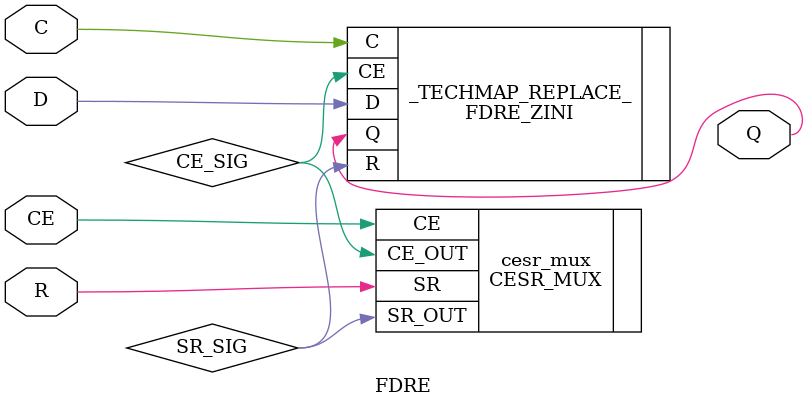
<source format=v>

module RAMB18E1 (
    input CLKARDCLK,
    input CLKBWRCLK,
    input ENARDEN,
    input ENBWREN,
    input REGCEAREGCE,
    input REGCEB,
    input RSTRAMARSTRAM,
    input RSTRAMB,
    input RSTREGARSTREG,
    input RSTREGB,

    input [13:0] ADDRARDADDR,
    input [13:0] ADDRBWRADDR,
    input [15:0] DIADI,
    input [15:0] DIBDI,
    input [1:0] DIPADIP,
    input [1:0] DIPBDIP,
    input [1:0] WEA,
    input [3:0] WEBWE,

    output [15:0] DOADO,
    output [15:0] DOBDO,
    output [1:0] DOPADOP,
    output [1:0] DOPBDOP
);
    parameter INIT_A = 18'h0;
    parameter INIT_B = 18'h0;

    parameter SRVAL_A = 18'h0;
    parameter SRVAL_B = 18'h0;

    parameter INITP_00 = 256'h0000000000000000000000000000000000000000000000000000000000000000;
    parameter INITP_01 = 256'h0000000000000000000000000000000000000000000000000000000000000000;
    parameter INITP_02 = 256'h0000000000000000000000000000000000000000000000000000000000000000;
    parameter INITP_03 = 256'h0000000000000000000000000000000000000000000000000000000000000000;
    parameter INITP_04 = 256'h0000000000000000000000000000000000000000000000000000000000000000;
    parameter INITP_05 = 256'h0000000000000000000000000000000000000000000000000000000000000000;
    parameter INITP_06 = 256'h0000000000000000000000000000000000000000000000000000000000000000;
    parameter INITP_07 = 256'h0000000000000000000000000000000000000000000000000000000000000000;

    parameter INIT_00 = 256'h0000000000000000000000000000000000000000000000000000000000000000;
    parameter INIT_01 = 256'h0000000000000000000000000000000000000000000000000000000000000000;
    parameter INIT_02 = 256'h0000000000000000000000000000000000000000000000000000000000000000;
    parameter INIT_03 = 256'h0000000000000000000000000000000000000000000000000000000000000000;
    parameter INIT_04 = 256'h0000000000000000000000000000000000000000000000000000000000000000;
    parameter INIT_05 = 256'h0000000000000000000000000000000000000000000000000000000000000000;
    parameter INIT_06 = 256'h0000000000000000000000000000000000000000000000000000000000000000;
    parameter INIT_07 = 256'h0000000000000000000000000000000000000000000000000000000000000000;
    parameter INIT_08 = 256'h0000000000000000000000000000000000000000000000000000000000000000;
    parameter INIT_09 = 256'h0000000000000000000000000000000000000000000000000000000000000000;
    parameter INIT_0A = 256'h0000000000000000000000000000000000000000000000000000000000000000;
    parameter INIT_0B = 256'h0000000000000000000000000000000000000000000000000000000000000000;
    parameter INIT_0C = 256'h0000000000000000000000000000000000000000000000000000000000000000;
    parameter INIT_0D = 256'h0000000000000000000000000000000000000000000000000000000000000000;
    parameter INIT_0E = 256'h0000000000000000000000000000000000000000000000000000000000000000;
    parameter INIT_0F = 256'h0000000000000000000000000000000000000000000000000000000000000000;
    parameter INIT_10 = 256'h0000000000000000000000000000000000000000000000000000000000000000;
    parameter INIT_11 = 256'h0000000000000000000000000000000000000000000000000000000000000000;
    parameter INIT_12 = 256'h0000000000000000000000000000000000000000000000000000000000000000;
    parameter INIT_13 = 256'h0000000000000000000000000000000000000000000000000000000000000000;
    parameter INIT_14 = 256'h0000000000000000000000000000000000000000000000000000000000000000;
    parameter INIT_15 = 256'h0000000000000000000000000000000000000000000000000000000000000000;
    parameter INIT_16 = 256'h0000000000000000000000000000000000000000000000000000000000000000;
    parameter INIT_17 = 256'h0000000000000000000000000000000000000000000000000000000000000000;
    parameter INIT_18 = 256'h0000000000000000000000000000000000000000000000000000000000000000;
    parameter INIT_19 = 256'h0000000000000000000000000000000000000000000000000000000000000000;
    parameter INIT_1A = 256'h0000000000000000000000000000000000000000000000000000000000000000;
    parameter INIT_1B = 256'h0000000000000000000000000000000000000000000000000000000000000000;
    parameter INIT_1C = 256'h0000000000000000000000000000000000000000000000000000000000000000;
    parameter INIT_1D = 256'h0000000000000000000000000000000000000000000000000000000000000000;
    parameter INIT_1E = 256'h0000000000000000000000000000000000000000000000000000000000000000;
    parameter INIT_1F = 256'h0000000000000000000000000000000000000000000000000000000000000000;
    parameter INIT_20 = 256'h0000000000000000000000000000000000000000000000000000000000000000;
    parameter INIT_21 = 256'h0000000000000000000000000000000000000000000000000000000000000000;
    parameter INIT_22 = 256'h0000000000000000000000000000000000000000000000000000000000000000;
    parameter INIT_23 = 256'h0000000000000000000000000000000000000000000000000000000000000000;
    parameter INIT_24 = 256'h0000000000000000000000000000000000000000000000000000000000000000;
    parameter INIT_25 = 256'h0000000000000000000000000000000000000000000000000000000000000000;
    parameter INIT_26 = 256'h0000000000000000000000000000000000000000000000000000000000000000;
    parameter INIT_27 = 256'h0000000000000000000000000000000000000000000000000000000000000000;
    parameter INIT_28 = 256'h0000000000000000000000000000000000000000000000000000000000000000;
    parameter INIT_29 = 256'h0000000000000000000000000000000000000000000000000000000000000000;
    parameter INIT_2A = 256'h0000000000000000000000000000000000000000000000000000000000000000;
    parameter INIT_2B = 256'h0000000000000000000000000000000000000000000000000000000000000000;
    parameter INIT_2C = 256'h0000000000000000000000000000000000000000000000000000000000000000;
    parameter INIT_2D = 256'h0000000000000000000000000000000000000000000000000000000000000000;
    parameter INIT_2E = 256'h0000000000000000000000000000000000000000000000000000000000000000;
    parameter INIT_2F = 256'h0000000000000000000000000000000000000000000000000000000000000000;
    parameter INIT_30 = 256'h0000000000000000000000000000000000000000000000000000000000000000;
    parameter INIT_31 = 256'h0000000000000000000000000000000000000000000000000000000000000000;
    parameter INIT_32 = 256'h0000000000000000000000000000000000000000000000000000000000000000;
    parameter INIT_33 = 256'h0000000000000000000000000000000000000000000000000000000000000000;
    parameter INIT_34 = 256'h0000000000000000000000000000000000000000000000000000000000000000;
    parameter INIT_35 = 256'h0000000000000000000000000000000000000000000000000000000000000000;
    parameter INIT_36 = 256'h0000000000000000000000000000000000000000000000000000000000000000;
    parameter INIT_37 = 256'h0000000000000000000000000000000000000000000000000000000000000000;
    parameter INIT_38 = 256'h0000000000000000000000000000000000000000000000000000000000000000;
    parameter INIT_39 = 256'h0000000000000000000000000000000000000000000000000000000000000000;
    parameter INIT_3A = 256'h0000000000000000000000000000000000000000000000000000000000000000;
    parameter INIT_3B = 256'h0000000000000000000000000000000000000000000000000000000000000000;
    parameter INIT_3C = 256'h0000000000000000000000000000000000000000000000000000000000000000;
    parameter INIT_3D = 256'h0000000000000000000000000000000000000000000000000000000000000000;
    parameter INIT_3E = 256'h0000000000000000000000000000000000000000000000000000000000000000;
    parameter INIT_3F = 256'h0000000000000000000000000000000000000000000000000000000000000000;

    parameter IS_CLKARDCLK_INVERTED = 1'b0;
    parameter IS_CLKBWRCLK_INVERTED = 1'b0;
    parameter IS_ENARDEN_INVERTED = 1'b0;
    parameter IS_ENBWREN_INVERTED = 1'b0;
    parameter IS_RSTRAMARSTRAM_INVERTED = 1'b0;
    parameter IS_RSTRAMB_INVERTED = 1'b0;
    parameter IS_RSTREGARSTREG_INVERTED = 1'b0;
    parameter IS_RSTREGB_INVERTED = 1'b0;

    parameter _TECHMAP_CONSTMSK_CLKARDCLK_ = 0;
    parameter _TECHMAP_CONSTVAL_CLKARDCLK_ = 0;
    parameter _TECHMAP_CONSTMSK_CLKBWRCLK_ = 0;
    parameter _TECHMAP_CONSTVAL_CLKBWRCLK_ = 0;
    parameter _TECHMAP_CONSTMSK_REGCLKARDRCLK_ = 0;
    parameter _TECHMAP_CONSTVAL_REGCLKARDRCLK_ = 0;
    parameter _TECHMAP_CONSTMSK_RSTRAMARSTRAM_ = 0;
    parameter _TECHMAP_CONSTVAL_RSTRAMARSTRAM_ = 0;
    parameter _TECHMAP_CONSTMSK_RSTRAMB_ = 0;
    parameter _TECHMAP_CONSTVAL_RSTRAMB_ = 0;
    parameter _TECHMAP_CONSTMSK_RSTREGARSTREG_ = 0;
    parameter _TECHMAP_CONSTVAL_RSTREGARSTREG_ = 0;
    parameter _TECHMAP_CONSTMSK_RSTREGB_ = 0;
    parameter _TECHMAP_CONSTVAL_RSTREGB_ = 0;

    parameter RAM_MODE = "TDP";
    parameter SIM_DEVICE = "7SERIES";
    parameter DOA_REG = 1'b0;
    parameter DOB_REG = 1'b0;

    parameter integer READ_WIDTH_A = 0;
    parameter integer READ_WIDTH_B = 0;
    parameter integer WRITE_WIDTH_A = 0;
    parameter integer WRITE_WIDTH_B = 0;

    parameter WRITE_MODE_A = "WRITE_FIRST";
    parameter WRITE_MODE_B = "WRITE_FIRST";

  reg _TECHMAP_FAIL_;
  reg GENERATE_ERROR;
  wire [1023:0] _TECHMAP_DO_ = "proc; clean";

  localparam INV_CLKARDCLK = (
      _TECHMAP_CONSTMSK_CLKARDCLK_ == 1 &&
      _TECHMAP_CONSTVAL_CLKARDCLK_ == 0 &&
      IS_CLKARDCLK_INVERTED == 0);
  localparam INV_CLKBWRCLK = (
      _TECHMAP_CONSTMSK_CLKBWRCLK_ == 1 &&
      _TECHMAP_CONSTVAL_CLKBWRCLK_ == 0 &&
      IS_CLKBWRCLK_INVERTED == 0);
  localparam INV_RSTRAMARSTRAM = (
      _TECHMAP_CONSTMSK_RSTRAMARSTRAM_ == 1 &&
      _TECHMAP_CONSTVAL_RSTRAMARSTRAM_ == 0 &&
      IS_RSTRAMARSTRAM_INVERTED == 0);
  localparam INV_RSTRAMB = (
      _TECHMAP_CONSTMSK_RSTRAMB_ == 1 &&
      _TECHMAP_CONSTVAL_RSTRAMB_ == 0 &&
      IS_RSTRAMB_INVERTED == 0);
  localparam INV_RSTREGARSTREG = (
      _TECHMAP_CONSTMSK_RSTREGARSTREG_ == 1 &&
      _TECHMAP_CONSTVAL_RSTREGARSTREG_ == 0 &&
      IS_RSTREGARSTREG_INVERTED == 0);
  localparam INV_RSTREGB = (
      _TECHMAP_CONSTMSK_RSTREGB_ == 1 &&
      _TECHMAP_CONSTVAL_RSTREGB_ == 0 &&
      IS_RSTREGB_INVERTED == 0);

  initial begin
    _TECHMAP_FAIL_ <= 0;
    if(READ_WIDTH_A != 0
        && READ_WIDTH_A != 1
        && READ_WIDTH_A != 2
        && READ_WIDTH_A != 4
        && READ_WIDTH_A != 9
        && READ_WIDTH_A != 18
        && READ_WIDTH_A != 36)
        _TECHMAP_FAIL_ <= GENERATE_ERROR;
    if(READ_WIDTH_B != 0
        && READ_WIDTH_B != 1
        && READ_WIDTH_B != 2
        && READ_WIDTH_B != 4
        && READ_WIDTH_B != 9
        && READ_WIDTH_B != 18)
         _TECHMAP_FAIL_ <= GENERATE_ERROR;
    if(WRITE_WIDTH_A != 0
        && WRITE_WIDTH_A != 1
        && WRITE_WIDTH_A != 2
        && WRITE_WIDTH_A != 4
        && WRITE_WIDTH_A != 9
        && WRITE_WIDTH_A != 18)
        _TECHMAP_FAIL_ <= GENERATE_ERROR;
    if(WRITE_WIDTH_B != 0
        && WRITE_WIDTH_B != 1
        && WRITE_WIDTH_B != 2
        && WRITE_WIDTH_B != 4
        && WRITE_WIDTH_B != 9
        && WRITE_WIDTH_B != 18
        && WRITE_WIDTH_B != 36)
        _TECHMAP_FAIL_ <= GENERATE_ERROR;

    if(READ_WIDTH_A > 18 && RAM_MODE != "SDP") begin
        _TECHMAP_FAIL_ <= GENERATE_ERROR;
    end

    if(WRITE_WIDTH_B > 18 && RAM_MODE != "SDP") begin
        _TECHMAP_FAIL_ <= GENERATE_ERROR;
    end

    if(WRITE_MODE_A != "WRITE_FIRST" && WRITE_MODE_A != "NO_CHANGE" && WRITE_MODE_A != "READ_FIRST")
        _TECHMAP_FAIL_ <= GENERATE_ERROR;
    if(WRITE_MODE_B != "WRITE_FIRST" && WRITE_MODE_B != "NO_CHANGE" && WRITE_MODE_B != "READ_FIRST")
        _TECHMAP_FAIL_ <= GENERATE_ERROR;

  end

if(RAM_MODE == "SDP" && READ_WIDTH_A == 36) begin
    localparam EFF_READ_WIDTH_A = 18;
    localparam EFF_READ_WIDTH_B = 18;
end else begin
    localparam EFF_READ_WIDTH_A = READ_WIDTH_A;
    localparam EFF_READ_WIDTH_B = READ_WIDTH_B;
end

if(RAM_MODE == "SDP" && WRITE_WIDTH_B == 36) begin
    localparam EFF_WRITE_WIDTH_A = 18;
    localparam EFF_WRITE_WIDTH_B = 18;
end else begin
    localparam EFF_WRITE_WIDTH_A = WRITE_WIDTH_A;
    localparam EFF_WRITE_WIDTH_B = WRITE_WIDTH_B;
end

  wire REGCLKA;
  wire REGCLKB;

  wire [7:0] WEBWE_WIDE;
  wire [3:0] WEA_WIDE;

  if(WRITE_WIDTH_A < 18) begin
      assign WEA_WIDE[3] = WEA[0];
      assign WEA_WIDE[2] = WEA[0];
      assign WEA_WIDE[1] = WEA[0];
      assign WEA_WIDE[0] = WEA[0];
  end else if(WRITE_WIDTH_A == 18) begin
      assign WEA_WIDE[3] = WEA[1];
      assign WEA_WIDE[2] = WEA[1];
      assign WEA_WIDE[1] = WEA[0];
      assign WEA_WIDE[0] = WEA[0];
  end

  if(WRITE_WIDTH_B < 18) begin
      assign WEBWE_WIDE[7:4] = 4'b0;
      assign WEBWE_WIDE[3] = WEBWE[0];
      assign WEBWE_WIDE[2] = WEBWE[0];
      assign WEBWE_WIDE[1] = WEBWE[0];
      assign WEBWE_WIDE[0] = WEBWE[0];
  end else if(WRITE_WIDTH_B == 18) begin
      assign WEBWE_WIDE[7:4] = 4'b0;
      assign WEBWE_WIDE[3] = WEBWE[1];
      assign WEBWE_WIDE[2] = WEBWE[1];
      assign WEBWE_WIDE[1] = WEBWE[0];
      assign WEBWE_WIDE[0] = WEBWE[0];
  end else begin
      assign WEA_WIDE[3:0] = 4'b0;
      assign WEBWE_WIDE[7] = WEBWE[3];
      assign WEBWE_WIDE[6] = WEBWE[3];
      assign WEBWE_WIDE[5] = WEBWE[2];
      assign WEBWE_WIDE[4] = WEBWE[2];
      assign WEBWE_WIDE[3] = WEBWE[1];
      assign WEBWE_WIDE[2] = WEBWE[1];
      assign WEBWE_WIDE[1] = WEBWE[0];
      assign WEBWE_WIDE[0] = WEBWE[0];
  end

  if (DOA_REG) begin
      assign REGCLKA = CLKARDCLK;
      localparam ZINV_REGCLKARDRCLK = !IS_CLKARDCLK_INVERTED;
  end else begin
      assign REGCLKA = 1'b1;
      localparam ZINV_REGCLKARDRCLK = 1'b0;
  end

  if (DOB_REG) begin
      assign REGCLKB = CLKBWRCLK;
      localparam ZINV_REGCLKB = !IS_CLKBWRCLK_INVERTED;
  end else begin
      assign REGCLKB = 1'b1;
      localparam ZINV_REGCLKB = 1'b0;
  end

  RAMB18E1_VPR #(
      .IN_USE(READ_WIDTH_A != 0 || READ_WIDTH_B != 0 || WRITE_WIDTH_A != 0 || WRITE_WIDTH_B != 0),

      .ZINIT_A(INIT_A ^ {18{1'b1}}),
      .ZINIT_B(INIT_B ^ {18{1'b1}}),

      .ZSRVAL_A(SRVAL_A ^ {18{1'b1}}),
      .ZSRVAL_B(SRVAL_B ^ {18{1'b1}}),

      .INITP_00(INITP_00),
      .INITP_01(INITP_01),
      .INITP_02(INITP_02),
      .INITP_03(INITP_03),
      .INITP_04(INITP_04),
      .INITP_05(INITP_05),
      .INITP_06(INITP_06),
      .INITP_07(INITP_07),

      .INIT_00(INIT_00),
      .INIT_01(INIT_01),
      .INIT_02(INIT_02),
      .INIT_03(INIT_03),
      .INIT_04(INIT_04),
      .INIT_05(INIT_05),
      .INIT_06(INIT_06),
      .INIT_07(INIT_07),
      .INIT_08(INIT_08),
      .INIT_09(INIT_09),
      .INIT_0A(INIT_0A),
      .INIT_0B(INIT_0B),
      .INIT_0C(INIT_0C),
      .INIT_0D(INIT_0D),
      .INIT_0E(INIT_0E),
      .INIT_0F(INIT_0F),
      .INIT_10(INIT_10),
      .INIT_11(INIT_11),
      .INIT_12(INIT_12),
      .INIT_13(INIT_13),
      .INIT_14(INIT_14),
      .INIT_15(INIT_15),
      .INIT_16(INIT_16),
      .INIT_17(INIT_17),
      .INIT_18(INIT_18),
      .INIT_19(INIT_19),
      .INIT_1A(INIT_1A),
      .INIT_1B(INIT_1B),
      .INIT_1C(INIT_1C),
      .INIT_1D(INIT_1D),
      .INIT_1E(INIT_1E),
      .INIT_1F(INIT_1F),
      .INIT_20(INIT_20),
      .INIT_21(INIT_21),
      .INIT_22(INIT_22),
      .INIT_23(INIT_23),
      .INIT_24(INIT_24),
      .INIT_25(INIT_25),
      .INIT_26(INIT_26),
      .INIT_27(INIT_27),
      .INIT_28(INIT_28),
      .INIT_29(INIT_29),
      .INIT_2A(INIT_2A),
      .INIT_2B(INIT_2B),
      .INIT_2C(INIT_2C),
      .INIT_2D(INIT_2D),
      .INIT_2E(INIT_2E),
      .INIT_2F(INIT_2F),
      .INIT_30(INIT_30),
      .INIT_31(INIT_31),
      .INIT_32(INIT_32),
      .INIT_33(INIT_33),
      .INIT_34(INIT_34),
      .INIT_35(INIT_35),
      .INIT_36(INIT_36),
      .INIT_37(INIT_37),
      .INIT_38(INIT_38),
      .INIT_39(INIT_39),
      .INIT_3A(INIT_3A),
      .INIT_3B(INIT_3B),
      .INIT_3C(INIT_3C),
      .INIT_3D(INIT_3D),
      .INIT_3E(INIT_3E),
      .INIT_3F(INIT_3F),

      .ZINV_CLKARDCLK(!IS_CLKARDCLK_INVERTED ^ INV_CLKARDCLK),
      .ZINV_CLKBWRCLK(!IS_CLKBWRCLK_INVERTED ^ INV_CLKBWRCLK),
      .ZINV_ENARDEN(!IS_ENARDEN_INVERTED),
      .ZINV_ENBWREN(!IS_ENBWREN_INVERTED),
      .ZINV_RSTRAMARSTRAM(!IS_RSTRAMARSTRAM_INVERTED ^ INV_RSTRAMARSTRAM),
      .ZINV_RSTRAMB(!IS_RSTRAMB_INVERTED ^ INV_RSTRAMB),
      .ZINV_RSTREGARSTREG(!IS_RSTREGARSTREG_INVERTED ^ INV_RSTREGARSTREG),
      .ZINV_RSTREGB(!IS_RSTREGB_INVERTED ^ INV_RSTREGB),
      .ZINV_REGCLKARDRCLK(ZINV_REGCLKARDRCLK),
      .ZINV_REGCLKB(ZINV_REGCLKB),

      .DOA_REG(DOA_REG),
      .DOB_REG(DOB_REG),

      // Assign special parameters relative to the RAMB site location.
      // These is needed after the findings gathered with https://github.com/SymbiFlow/prjxray/pull/1263
      // The rules to assign the correct READ_WIDTH_A parameter are the following:
      //   - Y0 RAMB18 and SDP mode: READ_WIDTH_A must be 1
      //   - Y1 RAMB18 and SDP mode: READ_WIDTH_A must be 18
      //   - No SDP: READ_WIDTH_A assumes the right value based on EFF_READ_WIDTH_A
      .Y0_READ_WIDTH_A_1(READ_WIDTH_A == 36 || EFF_READ_WIDTH_A == 1 || EFF_READ_WIDTH_A == 0),
      .Y1_READ_WIDTH_A_1(READ_WIDTH_A != 36 && (EFF_READ_WIDTH_A == 1 || EFF_READ_WIDTH_A == 0)),
      .Y0_READ_WIDTH_A_18(READ_WIDTH_A != 36 && EFF_READ_WIDTH_A == 18),
      .Y1_READ_WIDTH_A_18(READ_WIDTH_A == 36 || EFF_READ_WIDTH_A == 18),

      .READ_WIDTH_A_1(EFF_READ_WIDTH_A == 1 || EFF_READ_WIDTH_A == 0),
      .READ_WIDTH_A_2(EFF_READ_WIDTH_A == 2),
      .READ_WIDTH_A_4(EFF_READ_WIDTH_A == 4),
      .READ_WIDTH_A_9(EFF_READ_WIDTH_A == 9),
      .READ_WIDTH_A_18(EFF_READ_WIDTH_A == 18),
      .SDP_READ_WIDTH_36(READ_WIDTH_A == 36),
      .READ_WIDTH_B_1(EFF_READ_WIDTH_B == 1 || EFF_READ_WIDTH_B == 0),
      .READ_WIDTH_B_2(EFF_READ_WIDTH_B == 2),
      .READ_WIDTH_B_4(EFF_READ_WIDTH_B == 4),
      .READ_WIDTH_B_9(EFF_READ_WIDTH_B == 9),
      .READ_WIDTH_B_18(EFF_READ_WIDTH_B == 18),
      .WRITE_WIDTH_A_1(EFF_WRITE_WIDTH_A == 1 || EFF_WRITE_WIDTH_A == 0),
      .WRITE_WIDTH_A_2(EFF_WRITE_WIDTH_A == 2),
      .WRITE_WIDTH_A_4(EFF_WRITE_WIDTH_A == 4),
      .WRITE_WIDTH_A_9(EFF_WRITE_WIDTH_A == 9),
      .WRITE_WIDTH_A_18(EFF_WRITE_WIDTH_A == 18),
      .WRITE_WIDTH_B_1(EFF_WRITE_WIDTH_B == 1 || EFF_WRITE_WIDTH_B == 0),
      .WRITE_WIDTH_B_2(EFF_WRITE_WIDTH_B == 2),
      .WRITE_WIDTH_B_4(EFF_WRITE_WIDTH_B == 4),
      .WRITE_WIDTH_B_9(EFF_WRITE_WIDTH_B == 9),
      .WRITE_WIDTH_B_18(EFF_WRITE_WIDTH_B == 18 || EFF_WRITE_WIDTH_B == 36),
      .SDP_WRITE_WIDTH_36(WRITE_WIDTH_B == 36),
      .WRITE_MODE_A_NO_CHANGE(WRITE_MODE_A == "NO_CHANGE" || (WRITE_MODE_A == "WRITE_FIRST" && RAM_MODE == "SDP")),
      .WRITE_MODE_A_READ_FIRST(WRITE_MODE_A == "READ_FIRST"),
      .WRITE_MODE_B_NO_CHANGE(WRITE_MODE_B == "NO_CHANGE" || (WRITE_MODE_B == "WRITE_FIRST" && RAM_MODE == "SDP")),
      .WRITE_MODE_B_READ_FIRST(WRITE_MODE_B == "READ_FIRST")
  ) _TECHMAP_REPLACE_ (
    .CLKARDCLK(CLKARDCLK ^ INV_CLKARDCLK),
    .REGCLKARDRCLK(REGCLKA),
    .CLKBWRCLK(CLKBWRCLK ^ INV_CLKBWRCLK),
    .REGCLKB(REGCLKB),
    .ENARDEN(ENARDEN),
    .ENBWREN(ENBWREN),
    .REGCEAREGCE(REGCEAREGCE),
    .REGCEB(REGCEB),
    .RSTRAMARSTRAM(RSTRAMARSTRAM ^ INV_RSTRAMARSTRAM),
    .RSTRAMB(RSTRAMB ^ INV_RSTRAMB),
    .RSTREGARSTREG(RSTREGARSTREG ^ INV_RSTREGARSTREG),
    .RSTREGB(RSTREGB ^ INV_RSTREGB),

    .ADDRATIEHIGH(2'b11),
    .ADDRARDADDR(ADDRARDADDR),
    .ADDRBTIEHIGH(2'b11),
    .ADDRBWRADDR(ADDRBWRADDR),
    .DIADI(DIADI),
    .DIBDI(DIBDI),
    .DIPADIP(DIPADIP),
    .DIPBDIP(DIPBDIP),
    .WEA(WEA_WIDE),
    .WEBWE(WEBWE_WIDE),

    .DOADO(DOADO),
    .DOBDO(DOBDO),
    .DOPADOP(DOPADOP),
    .DOPBDOP(DOPBDOP)
  );
endmodule

module FDRE (output reg Q, input C, CE, D, R);

parameter [0:0] INIT = 1'b0;
parameter [0:0] IS_C_INVERTED = 1'b0;

wire CE_SIG;
wire SR_SIG;

CESR_MUX cesr_mux(
    .CE(CE),
    .SR(R),
    .CE_OUT(CE_SIG),
    .SR_OUT(SR_SIG)
);

FDRE_ZINI #(.ZINI(!|INIT), .IS_C_INVERTED(|IS_C_INVERTED))
  _TECHMAP_REPLACE_ (.D(D), .Q(Q), .C(C), .CE(CE_SIG), .R(SR_SIG));

endmodule

</source>
